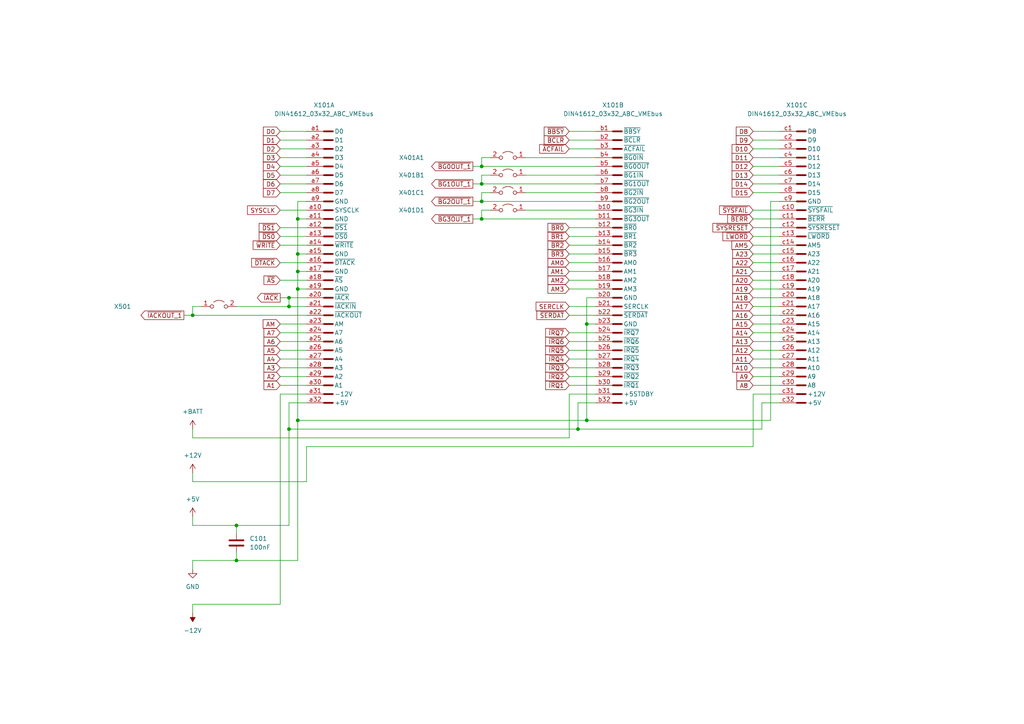
<source format=kicad_sch>
(kicad_sch (version 20211123) (generator eeschema)
  (paper "A4")
  (title_block (title "SLOT 1") (date "2024-01-03") (rev "1") (company "TOM STOREY") (comment 1 "FREE FOR NON-COMMERCIAL USE"))
  (lib_symbols
    (symbol "COMET symbols:C" (pin_numbers hide) (pin_names hide)
      (property "Reference" "C" (at 0 0 0))
      (property "Value" "C" (at 0 0 0))
      (symbol "C_0_1"
        (polyline (pts (xy -2.032 -0.762) (xy 2.032 -0.762)) (stroke (width 0.508)))
        (polyline (pts (xy -2.032 0.762) (xy 2.032 0.762)) (stroke (width 0.508)))
      )
      (symbol "C_1_1"
        (pin passive line (at 0 2.54 270) (length 1.524) (name "~") (number "1"))
        (pin passive line (at 0 -2.54 90) (length 1.524) (name "~") (number "2"))
      )
    )
    (symbol "COMET symbols:DIN41612_03x32_ABC_VMEbus" (pin_names (offset 3.048))
      (property "Reference" "X1" (at -20.32 45.72 0))
      (property "Value" "DIN41612_03x32_ABC_VMEbus" (at -20.32 43.18 0))
      (symbol "DIN41612_03x32_ABC_VMEbus_1_1"
        (polyline (pts (xy 0 -40.64) (xy 2.54 -40.64)) (stroke (width 0.508)))
        (polyline (pts (xy 0 -38.1) (xy 2.54 -38.1)) (stroke (width 0.508)))
        (polyline (pts (xy 0 -35.56) (xy 2.54 -35.56)) (stroke (width 0.508)))
        (polyline (pts (xy 0 -33.02) (xy 2.54 -33.02)) (stroke (width 0.508)))
        (polyline (pts (xy 0 -30.48) (xy 2.54 -30.48)) (stroke (width 0.508)))
        (polyline (pts (xy 0 -27.94) (xy 2.54 -27.94)) (stroke (width 0.508)))
        (polyline (pts (xy 0 -25.4) (xy 2.54 -25.4)) (stroke (width 0.508)))
        (polyline (pts (xy 0 -22.86) (xy 2.54 -22.86)) (stroke (width 0.508)))
        (polyline (pts (xy 0 -20.32) (xy 2.54 -20.32)) (stroke (width 0.508)))
        (polyline (pts (xy 0 -17.78) (xy 2.54 -17.78)) (stroke (width 0.508)))
        (polyline (pts (xy 0 -15.24) (xy 2.54 -15.24)) (stroke (width 0.508)))
        (polyline (pts (xy 0 -12.7) (xy 2.54 -12.7)) (stroke (width 0.508)))
        (polyline (pts (xy 0 -10.16) (xy 2.54 -10.16)) (stroke (width 0.508)))
        (polyline (pts (xy 0 -7.62) (xy 2.54 -7.62)) (stroke (width 0.508)))
        (polyline (pts (xy 0 -5.08) (xy 2.54 -5.08)) (stroke (width 0.508)))
        (polyline (pts (xy 0 -2.54) (xy 2.54 -2.54)) (stroke (width 0.508)))
        (polyline (pts (xy 0 0) (xy 2.54 0)) (stroke (width 0.508)))
        (polyline (pts (xy 0 2.54) (xy 2.54 2.54)) (stroke (width 0.508)))
        (polyline (pts (xy 0 5.08) (xy 2.54 5.08)) (stroke (width 0.508)))
        (polyline (pts (xy 0 7.62) (xy 2.54 7.62)) (stroke (width 0.508)))
        (polyline (pts (xy 0 10.16) (xy 2.54 10.16)) (stroke (width 0.508)))
        (polyline (pts (xy 0 12.7) (xy 2.54 12.7)) (stroke (width 0.508)))
        (polyline (pts (xy 0 15.24) (xy 2.54 15.24)) (stroke (width 0.508)))
        (polyline (pts (xy 0 17.78) (xy 2.54 17.78)) (stroke (width 0.508)))
        (polyline (pts (xy 0 20.32) (xy 2.54 20.32)) (stroke (width 0.508)))
        (polyline (pts (xy 0 22.86) (xy 2.54 22.86)) (stroke (width 0.508)))
        (polyline (pts (xy 0 25.4) (xy 2.54 25.4)) (stroke (width 0.508)))
        (polyline (pts (xy 0 27.94) (xy 2.54 27.94)) (stroke (width 0.508)))
        (polyline (pts (xy 0 30.48) (xy 2.54 30.48)) (stroke (width 0.508)))
        (polyline (pts (xy 0 33.02) (xy 2.54 33.02)) (stroke (width 0.508)))
        (polyline (pts (xy 0 35.56) (xy 2.54 35.56)) (stroke (width 0.508)))
        (polyline (pts (xy 0 38.1) (xy 2.54 38.1)) (stroke (width 0.508)))
        (pin passive line (at -5.08 38.1 0) (length 5.08) (name "D0") (number "a1"))
        (pin passive line (at -5.08 15.24 0) (length 5.08) (name "SYSCLK") (number "a10"))
        (pin passive line (at -5.08 12.7 0) (length 5.08) (name "GND") (number "a11"))
        (pin passive line (at -5.08 10.16 0) (length 5.08) (name "~{DS1}") (number "a12"))
        (pin passive line (at -5.08 7.62 0) (length 5.08) (name "~{DS0}") (number "a13"))
        (pin passive line (at -5.08 5.08 0) (length 5.08) (name "~{WRITE}") (number "a14"))
        (pin passive line (at -5.08 2.54 0) (length 5.08) (name "GND") (number "a15"))
        (pin passive line (at -5.08 0 0) (length 5.08) (name "~{DTACK}") (number "a16"))
        (pin passive line (at -5.08 -2.54 0) (length 5.08) (name "GND") (number "a17"))
        (pin passive line (at -5.08 -5.08 0) (length 5.08) (name "~{AS}") (number "a18"))
        (pin passive line (at -5.08 -7.62 0) (length 5.08) (name "GND") (number "a19"))
        (pin passive line (at -5.08 35.56 0) (length 5.08) (name "D1") (number "a2"))
        (pin passive line (at -5.08 -10.16 0) (length 5.08) (name "~{IACK}") (number "a20"))
        (pin passive line (at -5.08 -12.7 0) (length 5.08) (name "~{IACKIN}") (number "a21"))
        (pin passive line (at -5.08 -15.24 0) (length 5.08) (name "~{IACKOUT}") (number "a22"))
        (pin passive line (at -5.08 -17.78 0) (length 5.08) (name "AM") (number "a23"))
        (pin passive line (at -5.08 -20.32 0) (length 5.08) (name "A7") (number "a24"))
        (pin passive line (at -5.08 -22.86 0) (length 5.08) (name "A6") (number "a25"))
        (pin passive line (at -5.08 -25.4 0) (length 5.08) (name "A5") (number "a26"))
        (pin passive line (at -5.08 -27.94 0) (length 5.08) (name "A4") (number "a27"))
        (pin passive line (at -5.08 -30.48 0) (length 5.08) (name "A3") (number "a28"))
        (pin passive line (at -5.08 -33.02 0) (length 5.08) (name "A2") (number "a29"))
        (pin passive line (at -5.08 33.02 0) (length 5.08) (name "D2") (number "a3"))
        (pin passive line (at -5.08 -35.56 0) (length 5.08) (name "A1") (number "a30"))
        (pin passive line (at -5.08 -38.1 0) (length 5.08) (name "-12V") (number "a31"))
        (pin passive line (at -5.08 -40.64 0) (length 5.08) (name "+5V") (number "a32"))
        (pin passive line (at -5.08 30.48 0) (length 5.08) (name "D3") (number "a4"))
        (pin passive line (at -5.08 27.94 0) (length 5.08) (name "D4") (number "a5"))
        (pin passive line (at -5.08 25.4 0) (length 5.08) (name "D5") (number "a6"))
        (pin passive line (at -5.08 22.86 0) (length 5.08) (name "D6") (number "a7"))
        (pin passive line (at -5.08 20.32 0) (length 5.08) (name "D7") (number "a8"))
        (pin passive line (at -5.08 17.78 0) (length 5.08) (name "GND") (number "a9"))
      )
      (symbol "DIN41612_03x32_ABC_VMEbus_2_1"
        (polyline (pts (xy 0 -40.64) (xy 2.54 -40.64)) (stroke (width 0.508)))
        (polyline (pts (xy 0 -38.1) (xy 2.54 -38.1)) (stroke (width 0.508)))
        (polyline (pts (xy 0 -35.56) (xy 2.54 -35.56)) (stroke (width 0.508)))
        (polyline (pts (xy 0 -33.02) (xy 2.54 -33.02)) (stroke (width 0.508)))
        (polyline (pts (xy 0 -30.48) (xy 2.54 -30.48)) (stroke (width 0.508)))
        (polyline (pts (xy 0 -27.94) (xy 2.54 -27.94)) (stroke (width 0.508)))
        (polyline (pts (xy 0 -25.4) (xy 2.54 -25.4)) (stroke (width 0.508)))
        (polyline (pts (xy 0 -22.86) (xy 2.54 -22.86)) (stroke (width 0.508)))
        (polyline (pts (xy 0 -20.32) (xy 2.54 -20.32)) (stroke (width 0.508)))
        (polyline (pts (xy 0 -17.78) (xy 2.54 -17.78)) (stroke (width 0.508)))
        (polyline (pts (xy 0 -15.24) (xy 2.54 -15.24)) (stroke (width 0.508)))
        (polyline (pts (xy 0 -12.7) (xy 2.54 -12.7)) (stroke (width 0.508)))
        (polyline (pts (xy 0 -10.16) (xy 2.54 -10.16)) (stroke (width 0.508)))
        (polyline (pts (xy 0 -7.62) (xy 2.54 -7.62)) (stroke (width 0.508)))
        (polyline (pts (xy 0 -5.08) (xy 2.54 -5.08)) (stroke (width 0.508)))
        (polyline (pts (xy 0 -2.54) (xy 2.54 -2.54)) (stroke (width 0.508)))
        (polyline (pts (xy 0 0) (xy 2.54 0)) (stroke (width 0.508)))
        (polyline (pts (xy 0 2.54) (xy 2.54 2.54)) (stroke (width 0.508)))
        (polyline (pts (xy 0 5.08) (xy 2.54 5.08)) (stroke (width 0.508)))
        (polyline (pts (xy 0 7.62) (xy 2.54 7.62)) (stroke (width 0.508)))
        (polyline (pts (xy 0 10.16) (xy 2.54 10.16)) (stroke (width 0.508)))
        (polyline (pts (xy 0 12.7) (xy 2.54 12.7)) (stroke (width 0.508)))
        (polyline (pts (xy 0 15.24) (xy 2.54 15.24)) (stroke (width 0.508)))
        (polyline (pts (xy 0 17.78) (xy 2.54 17.78)) (stroke (width 0.508)))
        (polyline (pts (xy 0 20.32) (xy 2.54 20.32)) (stroke (width 0.508)))
        (polyline (pts (xy 0 22.86) (xy 2.54 22.86)) (stroke (width 0.508)))
        (polyline (pts (xy 0 25.4) (xy 2.54 25.4)) (stroke (width 0.508)))
        (polyline (pts (xy 0 27.94) (xy 2.54 27.94)) (stroke (width 0.508)))
        (polyline (pts (xy 0 30.48) (xy 2.54 30.48)) (stroke (width 0.508)))
        (polyline (pts (xy 0 33.02) (xy 2.54 33.02)) (stroke (width 0.508)))
        (polyline (pts (xy 0 35.56) (xy 2.54 35.56)) (stroke (width 0.508)))
        (polyline (pts (xy 0 38.1) (xy 2.54 38.1)) (stroke (width 0.508)))
        (pin passive line (at -5.08 38.1 0) (length 5.08) (name "~{BBSY}") (number "b1"))
        (pin passive line (at -5.08 15.24 0) (length 5.08) (name "~{BG3IN}") (number "b10"))
        (pin passive line (at -5.08 12.7 0) (length 5.08) (name "~{BG3OUT}") (number "b11"))
        (pin passive line (at -5.08 10.16 0) (length 5.08) (name "~{BR0}") (number "b12"))
        (pin passive line (at -5.08 7.62 0) (length 5.08) (name "~{BR1}") (number "b13"))
        (pin passive line (at -5.08 5.08 0) (length 5.08) (name "~{BR2}") (number "b14"))
        (pin passive line (at -5.08 2.54 0) (length 5.08) (name "~{BR3}") (number "b15"))
        (pin passive line (at -5.08 0 0) (length 5.08) (name "AM0") (number "b16"))
        (pin passive line (at -5.08 -2.54 0) (length 5.08) (name "AM1") (number "b17"))
        (pin passive line (at -5.08 -5.08 0) (length 5.08) (name "AM2") (number "b18"))
        (pin passive line (at -5.08 -7.62 0) (length 5.08) (name "AM3") (number "b19"))
        (pin passive line (at -5.08 35.56 0) (length 5.08) (name "~{BCLR}") (number "b2"))
        (pin passive line (at -5.08 -10.16 0) (length 5.08) (name "GND") (number "b20"))
        (pin passive line (at -5.08 -12.7 0) (length 5.08) (name "SERCLK") (number "b21"))
        (pin passive line (at -5.08 -15.24 0) (length 5.08) (name "~{SERDAT}") (number "b22"))
        (pin passive line (at -5.08 -17.78 0) (length 5.08) (name "GND") (number "b23"))
        (pin passive line (at -5.08 -20.32 0) (length 5.08) (name "~{IRQ7}") (number "b24"))
        (pin passive line (at -5.08 -22.86 0) (length 5.08) (name "~{IRQ6}") (number "b25"))
        (pin passive line (at -5.08 -25.4 0) (length 5.08) (name "~{IRQ5}") (number "b26"))
        (pin passive line (at -5.08 -27.94 0) (length 5.08) (name "~{IRQ4}") (number "b27"))
        (pin passive line (at -5.08 -30.48 0) (length 5.08) (name "~{IRQ3}") (number "b28"))
        (pin passive line (at -5.08 -33.02 0) (length 5.08) (name "~{IRQ2}") (number "b29"))
        (pin passive line (at -5.08 33.02 0) (length 5.08) (name "~{ACFAIL}") (number "b3"))
        (pin passive line (at -5.08 -35.56 0) (length 5.08) (name "~{IRQ1}") (number "b30"))
        (pin passive line (at -5.08 -38.1 0) (length 5.08) (name "+5STDBY") (number "b31"))
        (pin passive line (at -5.08 -40.64 0) (length 5.08) (name "+5V") (number "b32"))
        (pin passive line (at -5.08 30.48 0) (length 5.08) (name "~{BG0IN}") (number "b4"))
        (pin passive line (at -5.08 27.94 0) (length 5.08) (name "~{BG0OUT}") (number "b5"))
        (pin passive line (at -5.08 25.4 0) (length 5.08) (name "~{BG1IN}") (number "b6"))
        (pin passive line (at -5.08 22.86 0) (length 5.08) (name "~{BG1OUT}") (number "b7"))
        (pin passive line (at -5.08 20.32 0) (length 5.08) (name "~{BG2IN}") (number "b8"))
        (pin passive line (at -5.08 17.78 0) (length 5.08) (name "~{BG2OUT}") (number "b9"))
      )
      (symbol "DIN41612_03x32_ABC_VMEbus_3_1"
        (polyline (pts (xy 0 -40.64) (xy 2.54 -40.64)) (stroke (width 0.508)))
        (polyline (pts (xy 0 -38.1) (xy 2.54 -38.1)) (stroke (width 0.508)))
        (polyline (pts (xy 0 -35.56) (xy 2.54 -35.56)) (stroke (width 0.508)))
        (polyline (pts (xy 0 -33.02) (xy 2.54 -33.02)) (stroke (width 0.508)))
        (polyline (pts (xy 0 -30.48) (xy 2.54 -30.48)) (stroke (width 0.508)))
        (polyline (pts (xy 0 -27.94) (xy 2.54 -27.94)) (stroke (width 0.508)))
        (polyline (pts (xy 0 -25.4) (xy 2.54 -25.4)) (stroke (width 0.508)))
        (polyline (pts (xy 0 -22.86) (xy 2.54 -22.86)) (stroke (width 0.508)))
        (polyline (pts (xy 0 -20.32) (xy 2.54 -20.32)) (stroke (width 0.508)))
        (polyline (pts (xy 0 -17.78) (xy 2.54 -17.78)) (stroke (width 0.508)))
        (polyline (pts (xy 0 -15.24) (xy 2.54 -15.24)) (stroke (width 0.508)))
        (polyline (pts (xy 0 -12.7) (xy 2.54 -12.7)) (stroke (width 0.508)))
        (polyline (pts (xy 0 -10.16) (xy 2.54 -10.16)) (stroke (width 0.508)))
        (polyline (pts (xy 0 -7.62) (xy 2.54 -7.62)) (stroke (width 0.508)))
        (polyline (pts (xy 0 -5.08) (xy 2.54 -5.08)) (stroke (width 0.508)))
        (polyline (pts (xy 0 -2.54) (xy 2.54 -2.54)) (stroke (width 0.508)))
        (polyline (pts (xy 0 0) (xy 2.54 0)) (stroke (width 0.508)))
        (polyline (pts (xy 0 2.54) (xy 2.54 2.54)) (stroke (width 0.508)))
        (polyline (pts (xy 0 5.08) (xy 2.54 5.08)) (stroke (width 0.508)))
        (polyline (pts (xy 0 7.62) (xy 2.54 7.62)) (stroke (width 0.508)))
        (polyline (pts (xy 0 10.16) (xy 2.54 10.16)) (stroke (width 0.508)))
        (polyline (pts (xy 0 12.7) (xy 2.54 12.7)) (stroke (width 0.508)))
        (polyline (pts (xy 0 15.24) (xy 2.54 15.24)) (stroke (width 0.508)))
        (polyline (pts (xy 0 17.78) (xy 2.54 17.78)) (stroke (width 0.508)))
        (polyline (pts (xy 0 20.32) (xy 2.54 20.32)) (stroke (width 0.508)))
        (polyline (pts (xy 0 22.86) (xy 2.54 22.86)) (stroke (width 0.508)))
        (polyline (pts (xy 0 25.4) (xy 2.54 25.4)) (stroke (width 0.508)))
        (polyline (pts (xy 0 27.94) (xy 2.54 27.94)) (stroke (width 0.508)))
        (polyline (pts (xy 0 30.48) (xy 2.54 30.48)) (stroke (width 0.508)))
        (polyline (pts (xy 0 33.02) (xy 2.54 33.02)) (stroke (width 0.508)))
        (polyline (pts (xy 0 35.56) (xy 2.54 35.56)) (stroke (width 0.508)))
        (polyline (pts (xy 0 38.1) (xy 2.54 38.1)) (stroke (width 0.508)))
        (pin passive line (at -5.08 38.1 0) (length 5.08) (name "D8") (number "c1"))
        (pin passive line (at -5.08 15.24 0) (length 5.08) (name "~{SYSFAIL}") (number "c10"))
        (pin passive line (at -5.08 12.7 0) (length 5.08) (name "~{BERR}") (number "c11"))
        (pin passive line (at -5.08 10.16 0) (length 5.08) (name "~{SYSRESET}") (number "c12"))
        (pin passive line (at -5.08 7.62 0) (length 5.08) (name "~{LWORD}") (number "c13"))
        (pin passive line (at -5.08 5.08 0) (length 5.08) (name "AM5") (number "c14"))
        (pin passive line (at -5.08 2.54 0) (length 5.08) (name "A23") (number "c15"))
        (pin passive line (at -5.08 0 0) (length 5.08) (name "A22") (number "c16"))
        (pin passive line (at -5.08 -2.54 0) (length 5.08) (name "A21") (number "c17"))
        (pin passive line (at -5.08 -5.08 0) (length 5.08) (name "A20") (number "c18"))
        (pin passive line (at -5.08 -7.62 0) (length 5.08) (name "A19") (number "c19"))
        (pin passive line (at -5.08 35.56 0) (length 5.08) (name "D9") (number "c2"))
        (pin passive line (at -5.08 -10.16 0) (length 5.08) (name "A18") (number "c20"))
        (pin passive line (at -5.08 -12.7 0) (length 5.08) (name "A17") (number "c21"))
        (pin passive line (at -5.08 -15.24 0) (length 5.08) (name "A16") (number "c22"))
        (pin passive line (at -5.08 -17.78 0) (length 5.08) (name "A15") (number "c23"))
        (pin passive line (at -5.08 -20.32 0) (length 5.08) (name "A14") (number "c24"))
        (pin passive line (at -5.08 -22.86 0) (length 5.08) (name "A13") (number "c25"))
        (pin passive line (at -5.08 -25.4 0) (length 5.08) (name "A12") (number "c26"))
        (pin passive line (at -5.08 -27.94 0) (length 5.08) (name "A11") (number "c27"))
        (pin passive line (at -5.08 -30.48 0) (length 5.08) (name "A10") (number "c28"))
        (pin passive line (at -5.08 -33.02 0) (length 5.08) (name "A9") (number "c29"))
        (pin passive line (at -5.08 33.02 0) (length 5.08) (name "D10") (number "c3"))
        (pin passive line (at -5.08 -35.56 0) (length 5.08) (name "A8") (number "c30"))
        (pin passive line (at -5.08 -38.1 0) (length 5.08) (name "+12V") (number "c31"))
        (pin passive line (at -5.08 -40.64 0) (length 5.08) (name "+5V") (number "c32"))
        (pin passive line (at -5.08 30.48 0) (length 5.08) (name "D11") (number "c4"))
        (pin passive line (at -5.08 27.94 0) (length 5.08) (name "D12") (number "c5"))
        (pin passive line (at -5.08 25.4 0) (length 5.08) (name "D13") (number "c6"))
        (pin passive line (at -5.08 22.86 0) (length 5.08) (name "D14") (number "c7"))
        (pin passive line (at -5.08 20.32 0) (length 5.08) (name "D15") (number "c8"))
        (pin passive line (at -5.08 17.78 0) (length 5.08) (name "GND") (number "c9"))
      )
    )
    (symbol "Jumper:Jumper_2_Open" (pin_names (offset 0) hide)
      (property "Reference" "JP" (at 0 2.794 0))
      (property "Value" "Jumper_2_Open" (at 0 -2.286 0))
      (symbol "Jumper_2_Open_0_0"
        (circle (center -2.032 0) (radius 0.508))
        (circle (center 2.032 0) (radius 0.508))
      )
      (symbol "Jumper_2_Open_0_1"
        (arc (start 1.524 1.27) (mid 0 1.778) (end -1.524 1.27))
      )
      (symbol "Jumper_2_Open_1_1"
        (pin passive line (at -5.08 0 0) (length 2.54) (name "A") (number "1"))
        (pin passive line (at 5.08 0 180) (length 2.54) (name "B") (number "2"))
      )
    )
    (symbol "power:+12V" (power) (pin_names (offset 0))
      (property "Value" "+12V" (at 0 3.556 0))
      (symbol "+12V_0_1"
        (polyline (pts (xy -0.762 1.27) (xy 0 2.54)))
        (polyline (pts (xy 0 0) (xy 0 2.54)))
        (polyline (pts (xy 0 2.54) (xy 0.762 1.27)))
      )
      (symbol "+12V_1_1"
        (pin power_in line (at 0 0 90) (length 0) hide (name "+12V") (number "1"))
      )
    )
    (symbol "power:+5V" (power) (pin_names (offset 0))
      (property "Value" "+5V" (at 0 3.556 0))
      (symbol "+5V_0_1"
        (polyline (pts (xy -0.762 1.27) (xy 0 2.54)))
        (polyline (pts (xy 0 0) (xy 0 2.54)))
        (polyline (pts (xy 0 2.54) (xy 0.762 1.27)))
      )
      (symbol "+5V_1_1"
        (pin power_in line (at 0 0 90) (length 0) hide (name "+5V") (number "1"))
      )
    )
    (symbol "power:+BATT" (power) (pin_names (offset 0))
      (property "Value" "+BATT" (at 0 3.556 0))
      (symbol "+BATT_0_1"
        (polyline (pts (xy -0.762 1.27) (xy 0 2.54)))
        (polyline (pts (xy 0 0) (xy 0 2.54)))
        (polyline (pts (xy 0 2.54) (xy 0.762 1.27)))
      )
      (symbol "+BATT_1_1"
        (pin power_in line (at 0 0 90) (length 0) hide (name "+BATT") (number "1"))
      )
    )
    (symbol "power:-12V" (power) (pin_names (offset 0))
      (property "Value" "-12V" (at 0 3.81 0))
      (symbol "-12V_0_0"
        (pin power_in line (at 0 0 90) (length 0) hide (name "-12V") (number "1"))
      )
      (symbol "-12V_0_1"
        (polyline (pts (xy 0 0) (xy 0 1.27) (xy 0.762 1.27) (xy 0 2.54) (xy -0.762 1.27) (xy 0 1.27)) (fill (type outline)))
      )
    )
    (symbol "power:GND" (power) (pin_names (offset 0))
      (property "Value" "GND" (at 0 -3.81 0))
      (symbol "GND_0_1"
        (polyline (pts (xy 0 0) (xy 0 -1.27) (xy 1.27 -1.27) (xy 0 -2.54) (xy -1.27 -1.27) (xy 0 -1.27)))
      )
      (symbol "GND_1_1"
        (pin power_in line (at 0 0 270) (length 0) hide (name "GND") (number "1"))
      )
    )
  )
  (junction (at 86.36 83.82))
  (junction (at 139.7 58.42))
  (junction (at 83.82 86.36))
  (junction (at 139.7 63.5))
  (junction (at 86.36 63.5))
  (junction (at 55.88 91.44))
  (junction (at 139.7 53.34))
  (junction (at 86.36 78.74))
  (junction (at 139.7 48.26))
  (junction (at 170.18 93.98))
  (junction (at 170.18 121.92))
  (junction (at 83.82 124.46))
  (junction (at 86.36 73.66))
  (junction (at 68.58 152.4))
  (junction (at 167.64 124.46))
  (junction (at 83.82 88.9))
  (junction (at 68.58 162.56))
  (junction (at 86.36 121.92))
  (wire (pts (xy 223.52 58.42) (xy 223.52 121.92)))
  (wire (pts (xy 152.4 50.8) (xy 172.72 50.8)))
  (wire (pts (xy 165.1 83.82) (xy 172.72 83.82)))
  (wire (pts (xy 218.44 106.68) (xy 226.06 106.68)))
  (wire (pts (xy 81.28 60.96) (xy 88.9 60.96)))
  (wire (pts (xy 165.1 43.18) (xy 172.72 43.18)))
  (wire (pts (xy 68.58 160.02) (xy 68.58 162.56)))
  (wire (pts (xy 137.16 53.34) (xy 139.7 53.34)))
  (wire (pts (xy 218.44 55.88) (xy 226.06 55.88)))
  (wire (pts (xy 218.44 91.44) (xy 226.06 91.44)))
  (wire (pts (xy 86.36 78.74) (xy 88.9 78.74)))
  (wire (pts (xy 81.28 106.68) (xy 88.9 106.68)))
  (wire (pts (xy 137.16 63.5) (xy 139.7 63.5)))
  (wire (pts (xy 218.44 71.12) (xy 226.06 71.12)))
  (wire (pts (xy 88.9 139.7) (xy 88.9 129.54)))
  (wire (pts (xy 165.1 127) (xy 165.1 114.3)))
  (wire (pts (xy 218.44 114.3) (xy 226.06 114.3)))
  (wire (pts (xy 139.7 45.72) (xy 139.7 48.26)))
  (wire (pts (xy 81.28 50.8) (xy 88.9 50.8)))
  (wire (pts (xy 218.44 86.36) (xy 226.06 86.36)))
  (wire (pts (xy 86.36 121.92) (xy 170.18 121.92)))
  (wire (pts (xy 55.88 177.8) (xy 55.88 175.26)))
  (wire (pts (xy 167.64 116.84) (xy 167.64 124.46)))
  (wire (pts (xy 170.18 86.36) (xy 170.18 93.98)))
  (wire (pts (xy 81.28 93.98) (xy 88.9 93.98)))
  (wire (pts (xy 55.88 139.7) (xy 88.9 139.7)))
  (wire (pts (xy 167.64 124.46) (xy 220.98 124.46)))
  (wire (pts (xy 220.98 116.84) (xy 226.06 116.84)))
  (wire (pts (xy 165.1 71.12) (xy 172.72 71.12)))
  (wire (pts (xy 218.44 38.1) (xy 226.06 38.1)))
  (wire (pts (xy 218.44 53.34) (xy 226.06 53.34)))
  (wire (pts (xy 55.88 149.86) (xy 55.88 152.4)))
  (wire (pts (xy 170.18 93.98) (xy 172.72 93.98)))
  (wire (pts (xy 86.36 78.74) (xy 86.36 83.82)))
  (wire (pts (xy 81.28 66.04) (xy 88.9 66.04)))
  (wire (pts (xy 165.1 111.76) (xy 172.72 111.76)))
  (wire (pts (xy 152.4 55.88) (xy 172.72 55.88)))
  (wire (pts (xy 218.44 104.14) (xy 226.06 104.14)))
  (wire (pts (xy 165.1 96.52) (xy 172.72 96.52)))
  (wire (pts (xy 165.1 88.9) (xy 172.72 88.9)))
  (wire (pts (xy 55.88 175.26) (xy 81.28 175.26)))
  (wire (pts (xy 139.7 60.96) (xy 142.24 60.96)))
  (wire (pts (xy 152.4 60.96) (xy 172.72 60.96)))
  (wire (pts (xy 172.72 116.84) (xy 167.64 116.84)))
  (wire (pts (xy 55.88 137.16) (xy 55.88 139.7)))
  (wire (pts (xy 81.28 38.1) (xy 88.9 38.1)))
  (wire (pts (xy 83.82 86.36) (xy 88.9 86.36)))
  (wire (pts (xy 86.36 58.42) (xy 86.36 63.5)))
  (wire (pts (xy 83.82 152.4) (xy 83.82 124.46)))
  (wire (pts (xy 139.7 60.96) (xy 139.7 63.5)))
  (wire (pts (xy 165.1 40.64) (xy 172.72 40.64)))
  (wire (pts (xy 81.28 81.28) (xy 88.9 81.28)))
  (wire (pts (xy 55.88 124.46) (xy 55.88 127)))
  (wire (pts (xy 142.24 55.88) (xy 139.7 55.88)))
  (wire (pts (xy 165.1 73.66) (xy 172.72 73.66)))
  (wire (pts (xy 218.44 68.58) (xy 226.06 68.58)))
  (wire (pts (xy 218.44 99.06) (xy 226.06 99.06)))
  (wire (pts (xy 218.44 101.6) (xy 226.06 101.6)))
  (wire (pts (xy 218.44 48.26) (xy 226.06 48.26)))
  (wire (pts (xy 218.44 129.54) (xy 218.44 114.3)))
  (wire (pts (xy 81.28 43.18) (xy 88.9 43.18)))
  (wire (pts (xy 81.28 76.2) (xy 88.9 76.2)))
  (wire (pts (xy 86.36 83.82) (xy 86.36 121.92)))
  (wire (pts (xy 68.58 88.9) (xy 83.82 88.9)))
  (wire (pts (xy 165.1 104.14) (xy 172.72 104.14)))
  (wire (pts (xy 152.4 45.72) (xy 172.72 45.72)))
  (wire (pts (xy 86.36 63.5) (xy 86.36 73.66)))
  (wire (pts (xy 165.1 68.58) (xy 172.72 68.58)))
  (wire (pts (xy 165.1 76.2) (xy 172.72 76.2)))
  (wire (pts (xy 142.24 50.8) (xy 139.7 50.8)))
  (wire (pts (xy 139.7 55.88) (xy 139.7 58.42)))
  (wire (pts (xy 218.44 88.9) (xy 226.06 88.9)))
  (wire (pts (xy 139.7 58.42) (xy 172.72 58.42)))
  (wire (pts (xy 68.58 152.4) (xy 68.58 154.94)))
  (wire (pts (xy 83.82 124.46) (xy 167.64 124.46)))
  (wire (pts (xy 55.88 152.4) (xy 68.58 152.4)))
  (wire (pts (xy 81.28 48.26) (xy 88.9 48.26)))
  (wire (pts (xy 218.44 81.28) (xy 226.06 81.28)))
  (wire (pts (xy 88.9 116.84) (xy 83.82 116.84)))
  (wire (pts (xy 81.28 45.72) (xy 88.9 45.72)))
  (wire (pts (xy 68.58 162.56) (xy 55.88 162.56)))
  (wire (pts (xy 218.44 43.18) (xy 226.06 43.18)))
  (wire (pts (xy 218.44 50.8) (xy 226.06 50.8)))
  (wire (pts (xy 218.44 45.72) (xy 226.06 45.72)))
  (wire (pts (xy 81.28 175.26) (xy 81.28 114.3)))
  (wire (pts (xy 165.1 91.44) (xy 172.72 91.44)))
  (wire (pts (xy 165.1 106.68) (xy 172.72 106.68)))
  (wire (pts (xy 83.82 116.84) (xy 83.82 124.46)))
  (wire (pts (xy 81.28 86.36) (xy 83.82 86.36)))
  (wire (pts (xy 86.36 73.66) (xy 88.9 73.66)))
  (wire (pts (xy 81.28 101.6) (xy 88.9 101.6)))
  (wire (pts (xy 55.88 91.44) (xy 88.9 91.44)))
  (wire (pts (xy 218.44 76.2) (xy 226.06 76.2)))
  (wire (pts (xy 68.58 152.4) (xy 83.82 152.4)))
  (wire (pts (xy 139.7 50.8) (xy 139.7 53.34)))
  (wire (pts (xy 142.24 45.72) (xy 139.7 45.72)))
  (wire (pts (xy 86.36 162.56) (xy 68.58 162.56)))
  (wire (pts (xy 165.1 81.28) (xy 172.72 81.28)))
  (wire (pts (xy 226.06 58.42) (xy 223.52 58.42)))
  (wire (pts (xy 139.7 63.5) (xy 172.72 63.5)))
  (wire (pts (xy 86.36 73.66) (xy 86.36 78.74)))
  (wire (pts (xy 81.28 104.14) (xy 88.9 104.14)))
  (wire (pts (xy 81.28 96.52) (xy 88.9 96.52)))
  (wire (pts (xy 81.28 53.34) (xy 88.9 53.34)))
  (wire (pts (xy 165.1 66.04) (xy 172.72 66.04)))
  (wire (pts (xy 88.9 58.42) (xy 86.36 58.42)))
  (wire (pts (xy 55.88 162.56) (xy 55.88 165.1)))
  (wire (pts (xy 218.44 40.64) (xy 226.06 40.64)))
  (wire (pts (xy 165.1 109.22) (xy 172.72 109.22)))
  (wire (pts (xy 88.9 129.54) (xy 218.44 129.54)))
  (wire (pts (xy 218.44 78.74) (xy 226.06 78.74)))
  (wire (pts (xy 218.44 93.98) (xy 226.06 93.98)))
  (wire (pts (xy 165.1 101.6) (xy 172.72 101.6)))
  (wire (pts (xy 81.28 68.58) (xy 88.9 68.58)))
  (wire (pts (xy 53.34 91.44) (xy 55.88 91.44)))
  (wire (pts (xy 137.16 58.42) (xy 139.7 58.42)))
  (wire (pts (xy 81.28 40.64) (xy 88.9 40.64)))
  (wire (pts (xy 218.44 60.96) (xy 226.06 60.96)))
  (wire (pts (xy 218.44 96.52) (xy 226.06 96.52)))
  (wire (pts (xy 218.44 66.04) (xy 226.06 66.04)))
  (wire (pts (xy 81.28 114.3) (xy 88.9 114.3)))
  (wire (pts (xy 86.36 63.5) (xy 88.9 63.5)))
  (wire (pts (xy 83.82 86.36) (xy 83.82 88.9)))
  (wire (pts (xy 81.28 111.76) (xy 88.9 111.76)))
  (wire (pts (xy 170.18 121.92) (xy 223.52 121.92)))
  (wire (pts (xy 218.44 63.5) (xy 226.06 63.5)))
  (wire (pts (xy 218.44 111.76) (xy 226.06 111.76)))
  (wire (pts (xy 165.1 78.74) (xy 172.72 78.74)))
  (wire (pts (xy 218.44 83.82) (xy 226.06 83.82)))
  (wire (pts (xy 86.36 83.82) (xy 88.9 83.82)))
  (wire (pts (xy 220.98 124.46) (xy 220.98 116.84)))
  (wire (pts (xy 172.72 86.36) (xy 170.18 86.36)))
  (wire (pts (xy 139.7 48.26) (xy 172.72 48.26)))
  (wire (pts (xy 55.88 127) (xy 165.1 127)))
  (wire (pts (xy 81.28 71.12) (xy 88.9 71.12)))
  (wire (pts (xy 139.7 53.34) (xy 172.72 53.34)))
  (wire (pts (xy 218.44 73.66) (xy 226.06 73.66)))
  (wire (pts (xy 218.44 109.22) (xy 226.06 109.22)))
  (wire (pts (xy 81.28 55.88) (xy 88.9 55.88)))
  (wire (pts (xy 81.28 99.06) (xy 88.9 99.06)))
  (wire (pts (xy 58.42 88.9) (xy 55.88 88.9)))
  (wire (pts (xy 86.36 121.92) (xy 86.36 162.56)))
  (wire (pts (xy 83.82 88.9) (xy 88.9 88.9)))
  (wire (pts (xy 81.28 109.22) (xy 88.9 109.22)))
  (wire (pts (xy 165.1 99.06) (xy 172.72 99.06)))
  (wire (pts (xy 170.18 93.98) (xy 170.18 121.92)))
  (wire (pts (xy 165.1 114.3) (xy 172.72 114.3)))
  (wire (pts (xy 137.16 48.26) (xy 139.7 48.26)))
  (wire (pts (xy 165.1 38.1) (xy 172.72 38.1)))
  (wire (pts (xy 55.88 88.9) (xy 55.88 91.44)))
  (global_label "A20" (shape input) (at 218.44 81.28 180) (property "Intersheet References" "${INTERSHEET_REFS}" (effects hide)))
  (global_label "AM2" (shape input) (at 165.1 81.28 180) (property "Intersheet References" "${INTERSHEET_REFS}" (effects hide)))
  (global_label "D13" (shape input) (at 218.44 50.8 180) (property "Intersheet References" "${INTERSHEET_REFS}" (effects hide)))
  (global_label "~{LWORD}" (shape input) (at 218.44 68.58 180) (property "Intersheet References" "${INTERSHEET_REFS}" (effects hide)))
  (global_label "~{IRQ5}" (shape input) (at 165.1 101.6 180) (property "Intersheet References" "${INTERSHEET_REFS}" (effects hide)))
  (global_label "SERCLK" (shape input) (at 165.1 88.9 180) (property "Intersheet References" "${INTERSHEET_REFS}" (effects hide)))
  (global_label "SYSCLK" (shape input) (at 81.28 60.96 180) (property "Intersheet References" "${INTERSHEET_REFS}" (effects hide)))
  (global_label "A15" (shape input) (at 218.44 93.98 180) (property "Intersheet References" "${INTERSHEET_REFS}" (effects hide)))
  (global_label "~{BG3OUT_1}" (shape output) (at 137.16 63.5 180) (property "Intersheet References" "${INTERSHEET_REFS}" (effects hide)))
  (global_label "~{BG0OUT_1}" (shape output) (at 137.16 48.26 180) (property "Intersheet References" "${INTERSHEET_REFS}" (effects hide)))
  (global_label "~{IRQ4}" (shape input) (at 165.1 104.14 180) (property "Intersheet References" "${INTERSHEET_REFS}" (effects hide)))
  (global_label "AM0" (shape input) (at 165.1 76.2 180) (property "Intersheet References" "${INTERSHEET_REFS}" (effects hide)))
  (global_label "D11" (shape input) (at 218.44 45.72 180) (property "Intersheet References" "${INTERSHEET_REFS}" (effects hide)))
  (global_label "~{DTACK}" (shape input) (at 81.28 76.2 180) (property "Intersheet References" "${INTERSHEET_REFS}" (effects hide)))
  (global_label "D7" (shape input) (at 81.28 55.88 180) (property "Intersheet References" "${INTERSHEET_REFS}" (effects hide)))
  (global_label "~{ACFAIL}" (shape input) (at 165.1 43.18 180) (property "Intersheet References" "${INTERSHEET_REFS}" (effects hide)))
  (global_label "~{SYSRESET}" (shape input) (at 218.44 66.04 180) (property "Intersheet References" "${INTERSHEET_REFS}" (effects hide)))
  (global_label "A11" (shape input) (at 218.44 104.14 180) (property "Intersheet References" "${INTERSHEET_REFS}" (effects hide)))
  (global_label "~{BG2OUT_1}" (shape output) (at 137.16 58.42 180) (property "Intersheet References" "${INTERSHEET_REFS}" (effects hide)))
  (global_label "A8" (shape input) (at 218.44 111.76 180) (property "Intersheet References" "${INTERSHEET_REFS}" (effects hide)))
  (global_label "~{IACK}" (shape output) (at 81.28 86.36 180) (property "Intersheet References" "${INTERSHEET_REFS}" (effects hide)))
  (global_label "D5" (shape input) (at 81.28 50.8 180) (property "Intersheet References" "${INTERSHEET_REFS}" (effects hide)))
  (global_label "~{BR2}" (shape input) (at 165.1 71.12 180) (property "Intersheet References" "${INTERSHEET_REFS}" (effects hide)))
  (global_label "A1" (shape input) (at 81.28 111.76 180) (property "Intersheet References" "${INTERSHEET_REFS}" (effects hide)))
  (global_label "~{BR1}" (shape input) (at 165.1 68.58 180) (property "Intersheet References" "${INTERSHEET_REFS}" (effects hide)))
  (global_label "AM1" (shape input) (at 165.1 78.74 180) (property "Intersheet References" "${INTERSHEET_REFS}" (effects hide)))
  (global_label "A2" (shape input) (at 81.28 109.22 180) (property "Intersheet References" "${INTERSHEET_REFS}" (effects hide)))
  (global_label "D4" (shape input) (at 81.28 48.26 180) (property "Intersheet References" "${INTERSHEET_REFS}" (effects hide)))
  (global_label "D0" (shape input) (at 81.28 38.1 180) (property "Intersheet References" "${INTERSHEET_REFS}" (effects hide)))
  (global_label "AM5" (shape input) (at 218.44 71.12 180) (property "Intersheet References" "${INTERSHEET_REFS}" (effects hide)))
  (global_label "~{SERDAT}" (shape input) (at 165.1 91.44 180) (property "Intersheet References" "${INTERSHEET_REFS}" (effects hide)))
  (global_label "~{BR0}" (shape input) (at 165.1 66.04 180) (property "Intersheet References" "${INTERSHEET_REFS}" (effects hide)))
  (global_label "D6" (shape input) (at 81.28 53.34 180) (property "Intersheet References" "${INTERSHEET_REFS}" (effects hide)))
  (global_label "A16" (shape input) (at 218.44 91.44 180) (property "Intersheet References" "${INTERSHEET_REFS}" (effects hide)))
  (global_label "~{BCLR}" (shape input) (at 165.1 40.64 180) (property "Intersheet References" "${INTERSHEET_REFS}" (effects hide)))
  (global_label "~{DS1}" (shape input) (at 81.28 66.04 180) (property "Intersheet References" "${INTERSHEET_REFS}" (effects hide)))
  (global_label "A9" (shape input) (at 218.44 109.22 180) (property "Intersheet References" "${INTERSHEET_REFS}" (effects hide)))
  (global_label "~{SYSFAIL}" (shape input) (at 218.44 60.96 180) (property "Intersheet References" "${INTERSHEET_REFS}" (effects hide)))
  (global_label "~{AS}" (shape input) (at 81.28 81.28 180) (property "Intersheet References" "${INTERSHEET_REFS}" (effects hide)))
  (global_label "A12" (shape input) (at 218.44 101.6 180) (property "Intersheet References" "${INTERSHEET_REFS}" (effects hide)))
  (global_label "~{BR3}" (shape input) (at 165.1 73.66 180) (property "Intersheet References" "${INTERSHEET_REFS}" (effects hide)))
  (global_label "A3" (shape input) (at 81.28 106.68 180) (property "Intersheet References" "${INTERSHEET_REFS}" (effects hide)))
  (global_label "~{IRQ7}" (shape input) (at 165.1 96.52 180) (property "Intersheet References" "${INTERSHEET_REFS}" (effects hide)))
  (global_label "D10" (shape input) (at 218.44 43.18 180) (property "Intersheet References" "${INTERSHEET_REFS}" (effects hide)))
  (global_label "D9" (shape input) (at 218.44 40.64 180) (property "Intersheet References" "${INTERSHEET_REFS}" (effects hide)))
  (global_label "D14" (shape input) (at 218.44 53.34 180) (property "Intersheet References" "${INTERSHEET_REFS}" (effects hide)))
  (global_label "D2" (shape input) (at 81.28 43.18 180) (property "Intersheet References" "${INTERSHEET_REFS}" (effects hide)))
  (global_label "D12" (shape input) (at 218.44 48.26 180) (property "Intersheet References" "${INTERSHEET_REFS}" (effects hide)))
  (global_label "~{IRQ1}" (shape input) (at 165.1 111.76 180) (property "Intersheet References" "${INTERSHEET_REFS}" (effects hide)))
  (global_label "A4" (shape input) (at 81.28 104.14 180) (property "Intersheet References" "${INTERSHEET_REFS}" (effects hide)))
  (global_label "A18" (shape input) (at 218.44 86.36 180) (property "Intersheet References" "${INTERSHEET_REFS}" (effects hide)))
  (global_label "A6" (shape input) (at 81.28 99.06 180) (property "Intersheet References" "${INTERSHEET_REFS}" (effects hide)))
  (global_label "A23" (shape input) (at 218.44 73.66 180) (property "Intersheet References" "${INTERSHEET_REFS}" (effects hide)))
  (global_label "D15" (shape input) (at 218.44 55.88 180) (property "Intersheet References" "${INTERSHEET_REFS}" (effects hide)))
  (global_label "A13" (shape input) (at 218.44 99.06 180) (property "Intersheet References" "${INTERSHEET_REFS}" (effects hide)))
  (global_label "A14" (shape input) (at 218.44 96.52 180) (property "Intersheet References" "${INTERSHEET_REFS}" (effects hide)))
  (global_label "A22" (shape input) (at 218.44 76.2 180) (property "Intersheet References" "${INTERSHEET_REFS}" (effects hide)))
  (global_label "~{IACKOUT_1}" (shape output) (at 53.34 91.44 180) (property "Intersheet References" "${INTERSHEET_REFS}" (effects hide)))
  (global_label "~{BG1OUT_1}" (shape output) (at 137.16 53.34 180) (property "Intersheet References" "${INTERSHEET_REFS}" (effects hide)))
  (global_label "A7" (shape input) (at 81.28 96.52 180) (property "Intersheet References" "${INTERSHEET_REFS}" (effects hide)))
  (global_label "AM3" (shape input) (at 165.1 83.82 180) (property "Intersheet References" "${INTERSHEET_REFS}" (effects hide)))
  (global_label "~{BBSY}" (shape input) (at 165.1 38.1 180) (property "Intersheet References" "${INTERSHEET_REFS}" (effects hide)))
  (global_label "A5" (shape input) (at 81.28 101.6 180) (property "Intersheet References" "${INTERSHEET_REFS}" (effects hide)))
  (global_label "~{DS0}" (shape input) (at 81.28 68.58 180) (property "Intersheet References" "${INTERSHEET_REFS}" (effects hide)))
  (global_label "AM" (shape input) (at 81.28 93.98 180) (property "Intersheet References" "${INTERSHEET_REFS}" (effects hide)))
  (global_label "D1" (shape input) (at 81.28 40.64 180) (property "Intersheet References" "${INTERSHEET_REFS}" (effects hide)))
  (global_label "A21" (shape input) (at 218.44 78.74 180) (property "Intersheet References" "${INTERSHEET_REFS}" (effects hide)))
  (global_label "A17" (shape input) (at 218.44 88.9 180) (property "Intersheet References" "${INTERSHEET_REFS}" (effects hide)))
  (global_label "~{BERR}" (shape input) (at 218.44 63.5 180) (property "Intersheet References" "${INTERSHEET_REFS}" (effects hide)))
  (global_label "~{IRQ3}" (shape input) (at 165.1 106.68 180) (property "Intersheet References" "${INTERSHEET_REFS}" (effects hide)))
  (global_label "~{IRQ6}" (shape input) (at 165.1 99.06 180) (property "Intersheet References" "${INTERSHEET_REFS}" (effects hide)))
  (global_label "~{WRITE}" (shape input) (at 81.28 71.12 180) (property "Intersheet References" "${INTERSHEET_REFS}" (effects hide)))
  (global_label "D3" (shape input) (at 81.28 45.72 180) (property "Intersheet References" "${INTERSHEET_REFS}" (effects hide)))
  (global_label "A10" (shape input) (at 218.44 106.68 180) (property "Intersheet References" "${INTERSHEET_REFS}" (effects hide)))
  (global_label "D8" (shape input) (at 218.44 38.1 180) (property "Intersheet References" "${INTERSHEET_REFS}" (effects hide)))
  (global_label "A19" (shape input) (at 218.44 83.82 180) (property "Intersheet References" "${INTERSHEET_REFS}" (effects hide)))
  (global_label "~{IRQ2}" (shape input) (at 165.1 109.22 180) (property "Intersheet References" "${INTERSHEET_REFS}" (effects hide)))
  (symbol (lib_id "Jumper:Jumper_2_Open") (at 63.5 88.9 0) (unit 1)
    (property "Reference" "X501" (at 35.56 88.9 0))
    (property "Value" "Jumper_2_Open" (effects hide))
    (property "Footprint" "Connector_PinHeader_2.54mm:PinHeader_1x02_P2.54mm_Vertical" (effects hide))
  )
  (symbol (lib_id "power:+12V") (at 55.88 137.16 0) (unit 1)
    (property "Reference" "#PWR0121" (effects hide))
    (property "Value" "+12V" (at 55.88 132.08 0))
  )
  (symbol (lib_id "Jumper:Jumper_2_Open") (at 147.32 50.8 0) (mirror y) (unit 1)
    (property "Reference" "X401B1" (at 119.38 50.8 0))
    (property "Value" "Jumper_2_Open" (effects hide))
    (property "Footprint" "Connector_PinHeader_2.54mm:PinHeader_1x02_P2.54mm_Vertical" (effects hide))
  )
  (symbol (lib_id "Jumper:Jumper_2_Open") (at 147.32 55.88 0) (mirror y) (unit 1)
    (property "Reference" "X401C1" (at 119.38 55.88 0))
    (property "Value" "Jumper_2_Open" (effects hide))
    (property "Footprint" "Connector_PinHeader_2.54mm:PinHeader_1x02_P2.54mm_Vertical" (effects hide))
  )
  (symbol (lib_id "power:+BATT") (at 55.88 124.46 0) (unit 1)
    (property "Reference" "#PWR0122" (effects hide))
    (property "Value" "+BATT" (at 55.88 119.38 0))
  )
  (symbol (lib_id "power:GND") (at 55.88 165.1 0) (unit 1)
    (property "Reference" "#PWR0124" (effects hide))
    (property "Value" "GND" (at 55.88 170.18 0))
  )
  (symbol (lib_id "COMET symbols:DIN41612_03x32_ABC_VMEbus") (at 231.14 76.2 0) (unit 3)
    (property "Reference" "X101" (at 231.14 30.48 0))
    (property "Value" "DIN41612_03x32_ABC_VMEbus" (at 231.14 33.02 0))
    (property "Footprint" "COMET footprints:Connector_DIN41612_C_3x32_Female_Vertical_THT" (effects hide))
  )
  (symbol (lib_id "Jumper:Jumper_2_Open") (at 147.32 45.72 0) (mirror y) (unit 1)
    (property "Reference" "X401A1" (at 119.38 45.72 0))
    (property "Value" "Jumper_2_Open" (effects hide))
    (property "Footprint" "Connector_PinHeader_2.54mm:PinHeader_1x02_P2.54mm_Vertical" (effects hide))
  )
  (symbol (lib_id "COMET symbols:DIN41612_03x32_ABC_VMEbus") (at 93.98 76.2 0) (unit 1)
    (property "Reference" "X101" (at 93.98 30.48 0))
    (property "Value" "DIN41612_03x32_ABC_VMEbus" (at 93.98 33.02 0))
    (property "Footprint" "COMET footprints:Connector_DIN41612_C_3x32_Female_Vertical_THT" (effects hide))
  )
  (symbol (lib_id "COMET symbols:C") (at 68.58 157.48 0) (unit 1)
    (property "Reference" "C101" (at 72.39 156.2099 0) (effects (justify left)))
    (property "Value" "100nF" (at 72.39 158.7499 0) (effects (justify left)))
    (property "Footprint" "Capacitor_THT:C_Disc_D4.3mm_W1.9mm_P5.00mm" (effects hide))
  )
  (symbol (lib_id "power:+5V") (at 55.88 149.86 0) (unit 1)
    (property "Reference" "#PWR0123" (effects hide))
    (property "Value" "+5V" (at 55.88 144.78 0))
  )
  (symbol (lib_id "Jumper:Jumper_2_Open") (at 147.32 60.96 0) (mirror y) (unit 1)
    (property "Reference" "X401D1" (at 119.38 60.96 0))
    (property "Value" "Jumper_2_Open" (effects hide))
    (property "Footprint" "Connector_PinHeader_2.54mm:PinHeader_1x02_P2.54mm_Vertical" (effects hide))
  )
  (symbol (lib_id "COMET symbols:DIN41612_03x32_ABC_VMEbus") (at 177.8 76.2 0) (unit 2)
    (property "Reference" "X101" (at 177.8 30.48 0))
    (property "Value" "DIN41612_03x32_ABC_VMEbus" (at 177.8 33.02 0))
    (property "Footprint" "COMET footprints:Connector_DIN41612_C_3x32_Female_Vertical_THT" (effects hide))
  )
  (symbol (lib_id "power:-12V") (at 55.88 177.8 180) (unit 1)
    (property "Reference" "#PWR0125" (effects hide))
    (property "Value" "-12V" (at 55.88 182.88 0))
  )
)
</source>
